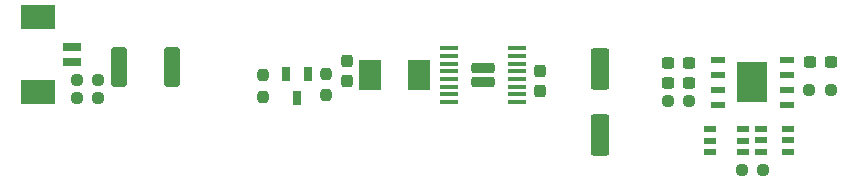
<source format=gbr>
%TF.GenerationSoftware,KiCad,Pcbnew,(6.0.6-0)*%
%TF.CreationDate,2022-10-02T14:33:38+02:00*%
%TF.ProjectId,Battery Extension PCB,42617474-6572-4792-9045-7874656e7369,rev?*%
%TF.SameCoordinates,Original*%
%TF.FileFunction,Paste,Top*%
%TF.FilePolarity,Positive*%
%FSLAX46Y46*%
G04 Gerber Fmt 4.6, Leading zero omitted, Abs format (unit mm)*
G04 Created by KiCad (PCBNEW (6.0.6-0)) date 2022-10-02 14:33:38*
%MOMM*%
%LPD*%
G01*
G04 APERTURE LIST*
G04 Aperture macros list*
%AMRoundRect*
0 Rectangle with rounded corners*
0 $1 Rounding radius*
0 $2 $3 $4 $5 $6 $7 $8 $9 X,Y pos of 4 corners*
0 Add a 4 corners polygon primitive as box body*
4,1,4,$2,$3,$4,$5,$6,$7,$8,$9,$2,$3,0*
0 Add four circle primitives for the rounded corners*
1,1,$1+$1,$2,$3*
1,1,$1+$1,$4,$5*
1,1,$1+$1,$6,$7*
1,1,$1+$1,$8,$9*
0 Add four rect primitives between the rounded corners*
20,1,$1+$1,$2,$3,$4,$5,0*
20,1,$1+$1,$4,$5,$6,$7,0*
20,1,$1+$1,$6,$7,$8,$9,0*
20,1,$1+$1,$8,$9,$2,$3,0*%
G04 Aperture macros list end*
%ADD10R,1.072009X0.532004*%
%ADD11RoundRect,0.237500X-0.300000X-0.237500X0.300000X-0.237500X0.300000X0.237500X-0.300000X0.237500X0*%
%ADD12R,3.000000X2.100000*%
%ADD13R,1.600000X0.800000*%
%ADD14RoundRect,0.237500X-0.250000X-0.237500X0.250000X-0.237500X0.250000X0.237500X-0.250000X0.237500X0*%
%ADD15RoundRect,0.250000X-0.400000X-1.450000X0.400000X-1.450000X0.400000X1.450000X-0.400000X1.450000X0*%
%ADD16R,1.000000X0.550013*%
%ADD17RoundRect,0.237500X0.237500X-0.300000X0.237500X0.300000X-0.237500X0.300000X-0.237500X-0.300000X0*%
%ADD18R,1.900000X2.500000*%
%ADD19RoundRect,0.237500X-0.237500X0.300000X-0.237500X-0.300000X0.237500X-0.300000X0.237500X0.300000X0*%
%ADD20R,1.200000X0.600000*%
%ADD21R,2.500000X3.499873*%
%ADD22RoundRect,0.237500X0.300000X0.237500X-0.300000X0.237500X-0.300000X-0.237500X0.300000X-0.237500X0*%
%ADD23RoundRect,0.250000X0.550000X-1.500000X0.550000X1.500000X-0.550000X1.500000X-0.550000X-1.500000X0*%
%ADD24RoundRect,0.232500X-0.757500X-0.232500X0.757500X-0.232500X0.757500X0.232500X-0.757500X0.232500X0*%
%ADD25RoundRect,0.100000X-0.687500X-0.100000X0.687500X-0.100000X0.687500X0.100000X-0.687500X0.100000X0*%
%ADD26RoundRect,0.237500X-0.237500X0.250000X-0.237500X-0.250000X0.237500X-0.250000X0.237500X0.250000X0*%
%ADD27RoundRect,0.237500X0.250000X0.237500X-0.250000X0.237500X-0.250000X-0.237500X0.250000X-0.237500X0*%
%ADD28R,0.700000X1.250013*%
%ADD29RoundRect,0.237500X0.237500X-0.250000X0.237500X0.250000X-0.237500X0.250000X-0.237500X-0.250000X0*%
G04 APERTURE END LIST*
D10*
%TO.C,U6*%
X133451600Y-75925676D03*
X133451600Y-76875638D03*
X133451600Y-77825600D03*
X135749796Y-77825600D03*
X135749796Y-76875638D03*
X135749796Y-75925676D03*
%TD*%
D11*
%TO.C,C5*%
X125578700Y-70358000D03*
X127303700Y-70358000D03*
%TD*%
D12*
%TO.C,U1*%
X72229676Y-66420994D03*
X72229676Y-72771006D03*
D13*
X75129600Y-68970905D03*
X75129600Y-70221095D03*
%TD*%
D14*
%TO.C,R7*%
X137532442Y-72623807D03*
X139357442Y-72623807D03*
%TD*%
D15*
%TO.C,F1*%
X79105800Y-70662800D03*
X83555800Y-70662800D03*
%TD*%
D14*
%TO.C,R2*%
X75492600Y-71729600D03*
X77317600Y-71729600D03*
%TD*%
D16*
%TO.C,U3*%
X129085847Y-75938123D03*
X129085847Y-76888085D03*
X129085847Y-77838047D03*
X131885949Y-77838047D03*
X131885949Y-76888085D03*
X131885949Y-75938123D03*
%TD*%
D17*
%TO.C,C3*%
X114757200Y-72693700D03*
X114757200Y-70968700D03*
%TD*%
D14*
%TO.C,R5*%
X131812706Y-79391539D03*
X133637706Y-79391539D03*
%TD*%
D18*
%TO.C,U7*%
X100362762Y-71374000D03*
X104462838Y-71374000D03*
%TD*%
D19*
%TO.C,C2*%
X98348800Y-70155900D03*
X98348800Y-71880900D03*
%TD*%
D20*
%TO.C,U5*%
X135612848Y-73868411D03*
X135612848Y-72598408D03*
X135612848Y-71328406D03*
X135612848Y-70058403D03*
X129796236Y-70058403D03*
X129796236Y-71328406D03*
X129796236Y-72598408D03*
X129796236Y-73868411D03*
D21*
X132704542Y-71963407D03*
%TD*%
D22*
%TO.C,C1*%
X139343300Y-70256400D03*
X137618300Y-70256400D03*
%TD*%
D23*
%TO.C,C6*%
X119837200Y-76415200D03*
X119837200Y-70815200D03*
%TD*%
D22*
%TO.C,C4*%
X127303700Y-71983600D03*
X125578700Y-71983600D03*
%TD*%
D24*
%TO.C,U4*%
X109906379Y-71922512D03*
X109906379Y-70762512D03*
D25*
X107043879Y-69067512D03*
X107043879Y-69717512D03*
X107043879Y-70367512D03*
X107043879Y-71017512D03*
X107043879Y-71667512D03*
X107043879Y-72317512D03*
X107043879Y-72967512D03*
X107043879Y-73617512D03*
X112768879Y-73617512D03*
X112768879Y-72967512D03*
X112768879Y-72317512D03*
X112768879Y-71667512D03*
X112768879Y-71017512D03*
X112768879Y-70367512D03*
X112768879Y-69717512D03*
X112768879Y-69067512D03*
%TD*%
D26*
%TO.C,R6*%
X96621600Y-71223500D03*
X96621600Y-73048500D03*
%TD*%
D27*
%TO.C,R1*%
X77317600Y-73304400D03*
X75492600Y-73304400D03*
%TD*%
D28*
%TO.C,U8*%
X95082362Y-71288400D03*
X93182438Y-71288400D03*
X94132400Y-73288400D03*
%TD*%
D29*
%TO.C,R9*%
X91287600Y-73200900D03*
X91287600Y-71375900D03*
%TD*%
D14*
%TO.C,R8*%
X125528700Y-73558400D03*
X127353700Y-73558400D03*
%TD*%
M02*

</source>
